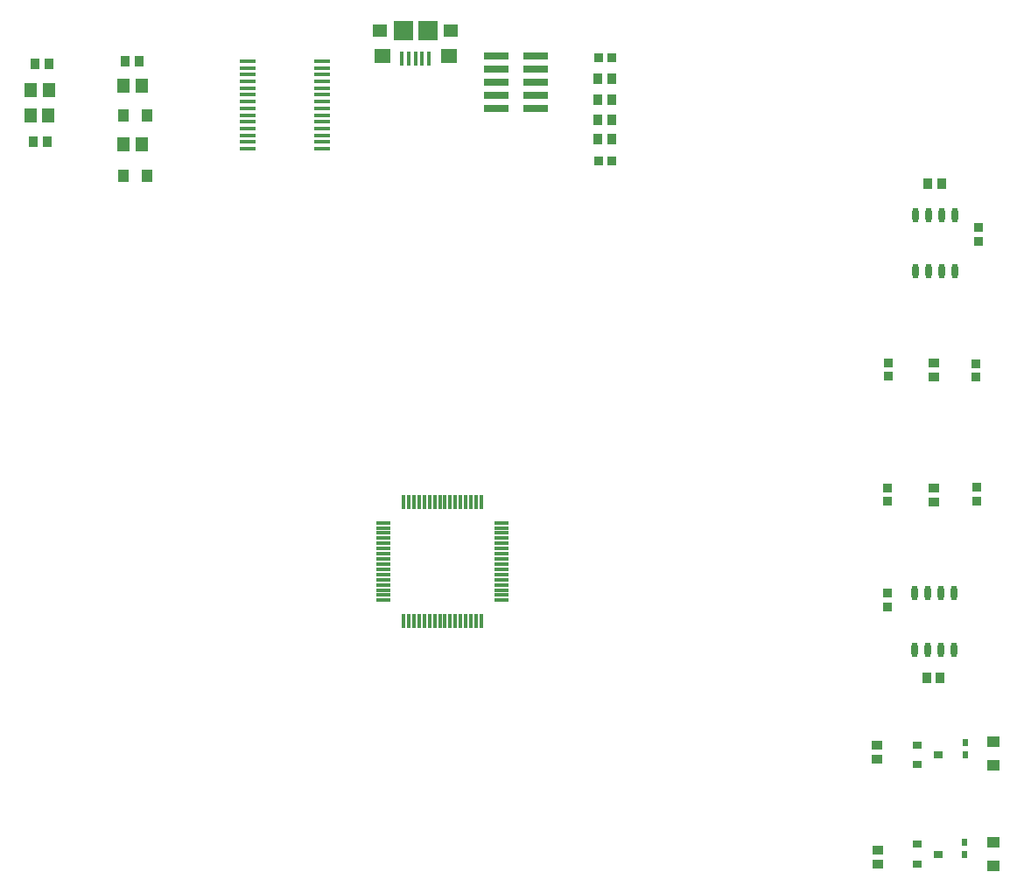
<source format=gtp>
%FSTAX23Y23*%
%MOIN*%
%SFA1B1*%

%IPPOS*%
%ADD18R,0.064960X0.011810*%
%ADD19R,0.053150X0.011810*%
%ADD20R,0.011810X0.053150*%
%ADD21O,0.023620X0.057090*%
%ADD22R,0.045280X0.053150*%
%ADD23R,0.033470X0.037400*%
%ADD24R,0.037400X0.033470*%
%ADD25R,0.023620X0.029530*%
%ADD26R,0.094490X0.029920*%
%ADD27R,0.035430X0.031500*%
%ADD28R,0.015750X0.053150*%
%ADD29R,0.062990X0.055120*%
%ADD30R,0.057090X0.051180*%
%ADD31R,0.074800X0.074800*%
%ADD32R,0.043310X0.051180*%
%ADD33R,0.051180X0.043310*%
%ADD34R,0.035430X0.039370*%
%ADD35R,0.039370X0.035430*%
%LNdev_board_pcb-1*%
%LPD*%
G54D18*
X03867Y05726D03*
Y057D03*
Y05675D03*
Y05649D03*
Y05623D03*
Y05598D03*
Y05572D03*
Y05547D03*
Y05521D03*
Y05496D03*
Y0547D03*
Y05444D03*
Y05419D03*
Y05393D03*
X04152Y05726D03*
Y057D03*
Y05675D03*
Y05649D03*
Y05623D03*
Y05598D03*
Y05572D03*
Y05547D03*
Y05521D03*
Y05496D03*
Y0547D03*
Y05444D03*
Y05419D03*
Y05393D03*
G54D19*
X04383Y03967D03*
Y03947D03*
Y03928D03*
Y03908D03*
Y03888D03*
Y03869D03*
Y03849D03*
Y03829D03*
Y0381D03*
Y0379D03*
Y0377D03*
Y03751D03*
Y03731D03*
Y03711D03*
Y03692D03*
Y03672D03*
X04836D03*
Y03692D03*
Y03711D03*
Y03731D03*
Y03751D03*
Y0377D03*
Y0379D03*
Y0381D03*
Y03829D03*
Y03849D03*
Y03869D03*
Y03888D03*
Y03908D03*
Y03928D03*
Y03947D03*
Y03967D03*
G54D20*
X04462Y03593D03*
X04482D03*
X04501D03*
X04521D03*
X04541D03*
X0456D03*
X0458D03*
X046D03*
X04619D03*
X04639D03*
X04659D03*
X04678D03*
X04698D03*
X04718D03*
X04737D03*
X04757D03*
Y04046D03*
X04737D03*
X04718D03*
X04698D03*
X04678D03*
X04659D03*
X04639D03*
X04619D03*
X046D03*
X0458D03*
X0456D03*
X04541D03*
X04521D03*
X04501D03*
X04482D03*
X04462D03*
G54D21*
X06557Y03699D03*
X06507D03*
X06457D03*
X06407D03*
X06557Y03484D03*
X06507D03*
X06457D03*
X06407D03*
X0641Y04926D03*
X0646D03*
X0651D03*
X0656D03*
X0641Y05141D03*
X0646D03*
X0651D03*
X0656D03*
G54D22*
X03463Y05408D03*
X03394D03*
X03463Y05634D03*
X03394D03*
X0304Y05518D03*
X03109D03*
X03042Y05617D03*
X03111D03*
G54D23*
X05205Y05346D03*
X05256D03*
X05203Y05741D03*
X05255D03*
G54D24*
X06304Y03647D03*
Y03698D03*
X06305Y04099D03*
Y04048D03*
X06643Y04051D03*
Y04103D03*
X06651Y05092D03*
Y05041D03*
X06641Y04523D03*
Y04574D03*
X06307Y04576D03*
Y04525D03*
G54D25*
X06599Y0275D03*
Y02704D03*
X066Y03129D03*
Y03084D03*
G54D26*
X04813Y05745D03*
X04966D03*
X04813Y05695D03*
X04966D03*
X04813Y05645D03*
X04966D03*
X04813Y05595D03*
X04966D03*
X04813Y05545D03*
X04966D03*
G54D27*
X06498Y02704D03*
X06419Y02667D03*
Y02742D03*
X06498Y03084D03*
X06419Y03046D03*
Y03121D03*
G54D28*
X04558Y05737D03*
X04532D03*
X04507D03*
X04481D03*
X04456D03*
G54D29*
X04633Y05746D03*
X04381D03*
G54D30*
X04642Y05843D03*
X04372D03*
G54D31*
X04554Y05843D03*
X0446D03*
G54D32*
X03394Y05289D03*
X03485D03*
X03484Y05521D03*
X03394D03*
G54D33*
X06708Y02659D03*
Y0275D03*
Y03042D03*
Y03133D03*
G54D34*
X05255Y05581D03*
X05201D03*
X05256Y05504D03*
X05202D03*
X05255Y0543D03*
X05202D03*
X05255Y05661D03*
X05201D03*
X06506Y03376D03*
X06453D03*
X03455Y05725D03*
X03402D03*
X03111Y05717D03*
X03057D03*
X0305Y05421D03*
X03103D03*
X06457Y0526D03*
X0651D03*
G54D35*
X0648Y041D03*
Y04047D03*
X06482Y04524D03*
Y04577D03*
X06268Y02667D03*
Y0272D03*
X06265Y03065D03*
Y03118D03*
M02*
</source>
